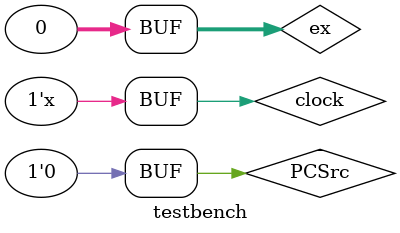
<source format=v>
`timescale 1ns / 1ps


module testbench;
   reg [31:0] ex;
   reg clock;
   reg PCSrc;
   wire [7:0] pc_out;
   wire [31:0] inst;
   
   ifStage test(.EX_MEM_PC(ex),.clock(clock),.PCSrc(PCSrc),.PC_4_out(pc_out),.inst(inst));
   
   initial
   begin
   
   ex = 0;
   PCSrc = 0;
   clock = 0;
   #100;

   end
      
   
   always
   begin
   #5;
   clock = ~clock;
   if(clock == 1)
   $display ("PC: %0b, Instruction: %0b", pc_out, inst);
   end
   endmodule

</source>
